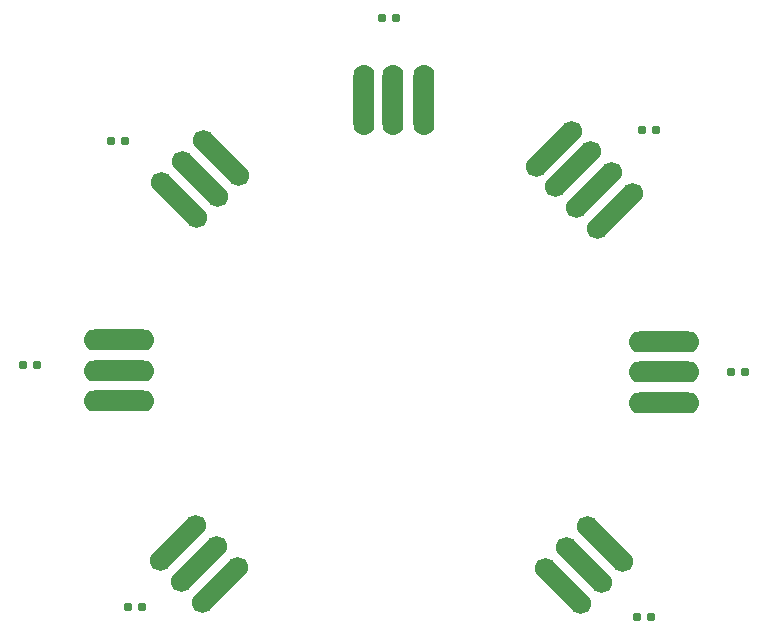
<source format=gbr>
%TF.GenerationSoftware,KiCad,Pcbnew,8.0.4*%
%TF.CreationDate,2024-10-01T08:30:59+02:00*%
%TF.ProjectId,Rp2040_Tastatur,52703230-3430-45f5-9461-737461747572,rev?*%
%TF.SameCoordinates,Original*%
%TF.FileFunction,Paste,Top*%
%TF.FilePolarity,Positive*%
%FSLAX46Y46*%
G04 Gerber Fmt 4.6, Leading zero omitted, Abs format (unit mm)*
G04 Created by KiCad (PCBNEW 8.0.4) date 2024-10-01 08:30:59*
%MOMM*%
%LPD*%
G01*
G04 APERTURE LIST*
G04 Aperture macros list*
%AMRoundRect*
0 Rectangle with rounded corners*
0 $1 Rounding radius*
0 $2 $3 $4 $5 $6 $7 $8 $9 X,Y pos of 4 corners*
0 Add a 4 corners polygon primitive as box body*
4,1,4,$2,$3,$4,$5,$6,$7,$8,$9,$2,$3,0*
0 Add four circle primitives for the rounded corners*
1,1,$1+$1,$2,$3*
1,1,$1+$1,$4,$5*
1,1,$1+$1,$6,$7*
1,1,$1+$1,$8,$9*
0 Add four rect primitives between the rounded corners*
20,1,$1+$1,$2,$3,$4,$5,0*
20,1,$1+$1,$4,$5,$6,$7,0*
20,1,$1+$1,$6,$7,$8,$9,0*
20,1,$1+$1,$8,$9,$2,$3,0*%
%AMHorizOval*
0 Thick line with rounded ends*
0 $1 width*
0 $2 $3 position (X,Y) of the first rounded end (center of the circle)*
0 $4 $5 position (X,Y) of the second rounded end (center of the circle)*
0 Add line between two ends*
20,1,$1,$2,$3,$4,$5,0*
0 Add two circle primitives to create the rounded ends*
1,1,$1,$2,$3*
1,1,$1,$4,$5*%
G04 Aperture macros list end*
%ADD10RoundRect,0.160000X-0.197500X-0.160000X0.197500X-0.160000X0.197500X0.160000X-0.197500X0.160000X0*%
%ADD11HorizOval,1.778000X-1.492702X-1.492702X1.492702X1.492702X0*%
%ADD12HorizOval,1.778000X1.492702X-1.492702X-1.492702X1.492702X0*%
%ADD13O,6.000000X1.778000*%
%ADD14HorizOval,1.778000X1.492702X1.492702X-1.492702X-1.492702X0*%
%ADD15O,1.778000X6.000000*%
%ADD16HorizOval,1.778000X-1.492702X1.492702X1.492702X-1.492702X0*%
%ADD17RoundRect,0.160000X0.197500X0.160000X-0.197500X0.160000X-0.197500X-0.160000X0.197500X-0.160000X0*%
G04 APERTURE END LIST*
D10*
%TO.C,R5*%
X87205000Y-62300000D03*
X88400000Y-62300000D03*
%TD*%
D11*
%TO.C,Conn1*%
X92872588Y-96371182D03*
X94640356Y-98138947D03*
X96408121Y-99906715D03*
D12*
X125498759Y-99948372D03*
X127266525Y-98180605D03*
X129034292Y-96412837D03*
D13*
X134068902Y-84454202D03*
X134068901Y-81854202D03*
X134068901Y-79354202D03*
D14*
X129882446Y-68245551D03*
X128114678Y-66477785D03*
X126346913Y-64710017D03*
X124752801Y-62979414D03*
D15*
X113711479Y-58865966D03*
X111111480Y-58865965D03*
X108611480Y-58865966D03*
D16*
X96483870Y-63777733D03*
X94716103Y-65545500D03*
X92948337Y-67313267D03*
D13*
X87889998Y-79180000D03*
X87889998Y-81780001D03*
X87889998Y-84280001D03*
%TD*%
D10*
%TO.C,R3*%
X132165000Y-61350000D03*
X133360000Y-61350000D03*
%TD*%
%TO.C,R2*%
X139725000Y-81820000D03*
X140920000Y-81820000D03*
%TD*%
%TO.C,R4*%
X110155000Y-51920000D03*
X111350000Y-51920000D03*
%TD*%
%TO.C,R6*%
X79715000Y-81290000D03*
X80910000Y-81290000D03*
%TD*%
D17*
%TO.C,R1*%
X132900000Y-102610000D03*
X131705000Y-102610000D03*
%TD*%
D10*
%TO.C,R7*%
X88662500Y-101750000D03*
X89857500Y-101750000D03*
%TD*%
M02*

</source>
